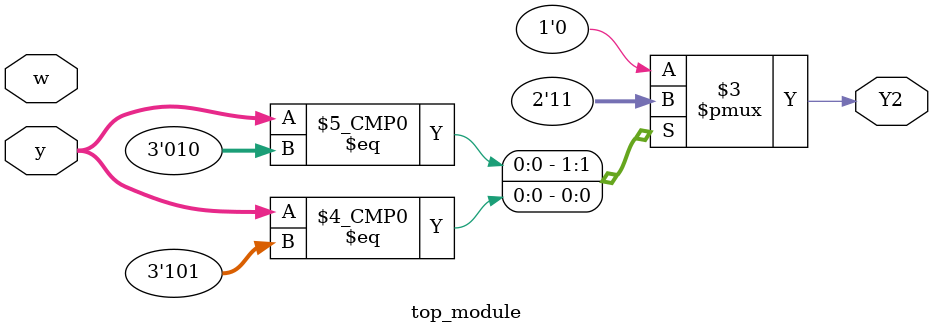
<source format=sv>
module top_module(
	input [3:1] y,
	input w,
	output reg Y2);

	always @(*) begin
		case (y)
			3'b000: Y2 = 1'b0; // A -> B
			3'b001: Y2 = 1'b0; // B -> A
			3'b010: Y2 = 1'b1; // C -> D
			3'b011: Y2 = 1'b0; // D -> A
			3'b100: Y2 = 1'b0; // E -> D
			3'b101: Y2 = 1'b1; // F -> D
			default: Y2 = 1'b0; // Default value for Y2
		endcase
	end

endmodule

</source>
